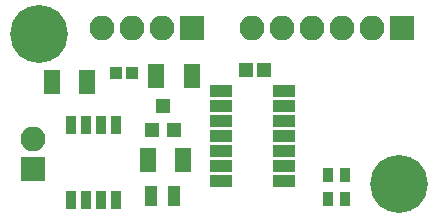
<source format=gbr>
G04 #@! TF.GenerationSoftware,KiCad,Pcbnew,(5.0.0)*
G04 #@! TF.CreationDate,2018-10-12T13:49:54-04:00*
G04 #@! TF.ProjectId,AutoFlyer,4175746F466C7965722E6B696361645F,rev?*
G04 #@! TF.SameCoordinates,Original*
G04 #@! TF.FileFunction,Soldermask,Top*
G04 #@! TF.FilePolarity,Negative*
%FSLAX46Y46*%
G04 Gerber Fmt 4.6, Leading zero omitted, Abs format (unit mm)*
G04 Created by KiCad (PCBNEW (5.0.0)) date 10/12/18 13:49:54*
%MOMM*%
%LPD*%
G01*
G04 APERTURE LIST*
%ADD10R,1.400000X2.000000*%
%ADD11R,2.100000X2.100000*%
%ADD12O,2.100000X2.100000*%
%ADD13R,0.900000X1.300000*%
%ADD14R,1.200000X1.150000*%
%ADD15R,1.000000X1.100000*%
%ADD16R,1.100000X1.700000*%
%ADD17C,4.900000*%
%ADD18R,1.200000X1.300000*%
%ADD19R,1.900000X1.000000*%
%ADD20R,0.908000X1.543000*%
G04 APERTURE END LIST*
D10*
G04 #@! TO.C,C3*
X32004000Y-32004000D03*
X29004000Y-32004000D03*
G04 #@! TD*
G04 #@! TO.C,C1*
X37846000Y-31496000D03*
X40846000Y-31496000D03*
G04 #@! TD*
D11*
G04 #@! TO.C,J1*
X27432000Y-39370000D03*
D12*
X27432000Y-36830000D03*
G04 #@! TD*
D10*
G04 #@! TO.C,C2*
X40132000Y-38608000D03*
X37132000Y-38608000D03*
G04 #@! TD*
D13*
G04 #@! TO.C,R1*
X53836000Y-41910000D03*
X52336000Y-41910000D03*
G04 #@! TD*
G04 #@! TO.C,R2*
X53836000Y-39878000D03*
X52336000Y-39878000D03*
G04 #@! TD*
D11*
G04 #@! TO.C,J2*
X58674000Y-27432000D03*
D12*
X56134000Y-27432000D03*
X53594000Y-27432000D03*
X51054000Y-27432000D03*
X48514000Y-27432000D03*
X45974000Y-27432000D03*
G04 #@! TD*
D14*
G04 #@! TO.C,C5*
X46966000Y-30988000D03*
X45466000Y-30988000D03*
G04 #@! TD*
D15*
G04 #@! TO.C,D3*
X34414000Y-31242000D03*
X35814000Y-31242000D03*
G04 #@! TD*
D11*
G04 #@! TO.C,J3*
X40894000Y-27432000D03*
D12*
X38354000Y-27432000D03*
X35814000Y-27432000D03*
X33274000Y-27432000D03*
G04 #@! TD*
D16*
G04 #@! TO.C,R3*
X37404000Y-41656000D03*
X39304000Y-41656000D03*
G04 #@! TD*
D17*
G04 #@! TO.C,X1*
X27940000Y-27940000D03*
G04 #@! TD*
D18*
G04 #@! TO.C,U2*
X37470000Y-36068000D03*
X39370000Y-36068000D03*
X38420000Y-34068000D03*
G04 #@! TD*
D19*
G04 #@! TO.C,U1*
X48674000Y-32766000D03*
X48674000Y-34036000D03*
X48674000Y-35306000D03*
X48674000Y-36576000D03*
X48674000Y-37846000D03*
X48674000Y-39116000D03*
X48674000Y-40386000D03*
X43274000Y-40386000D03*
X43274000Y-39116000D03*
X43274000Y-37846000D03*
X43274000Y-36576000D03*
X43274000Y-35306000D03*
X43274000Y-34036000D03*
X43274000Y-32766000D03*
G04 #@! TD*
D17*
G04 #@! TO.C,X2*
X58420000Y-40640000D03*
G04 #@! TD*
D20*
G04 #@! TO.C,U3*
X30607000Y-42037000D03*
X31877000Y-42037000D03*
X33147000Y-42037000D03*
X34417000Y-42037000D03*
X34417000Y-35687000D03*
X33147000Y-35687000D03*
X31877000Y-35687000D03*
X30607000Y-35687000D03*
G04 #@! TD*
M02*

</source>
